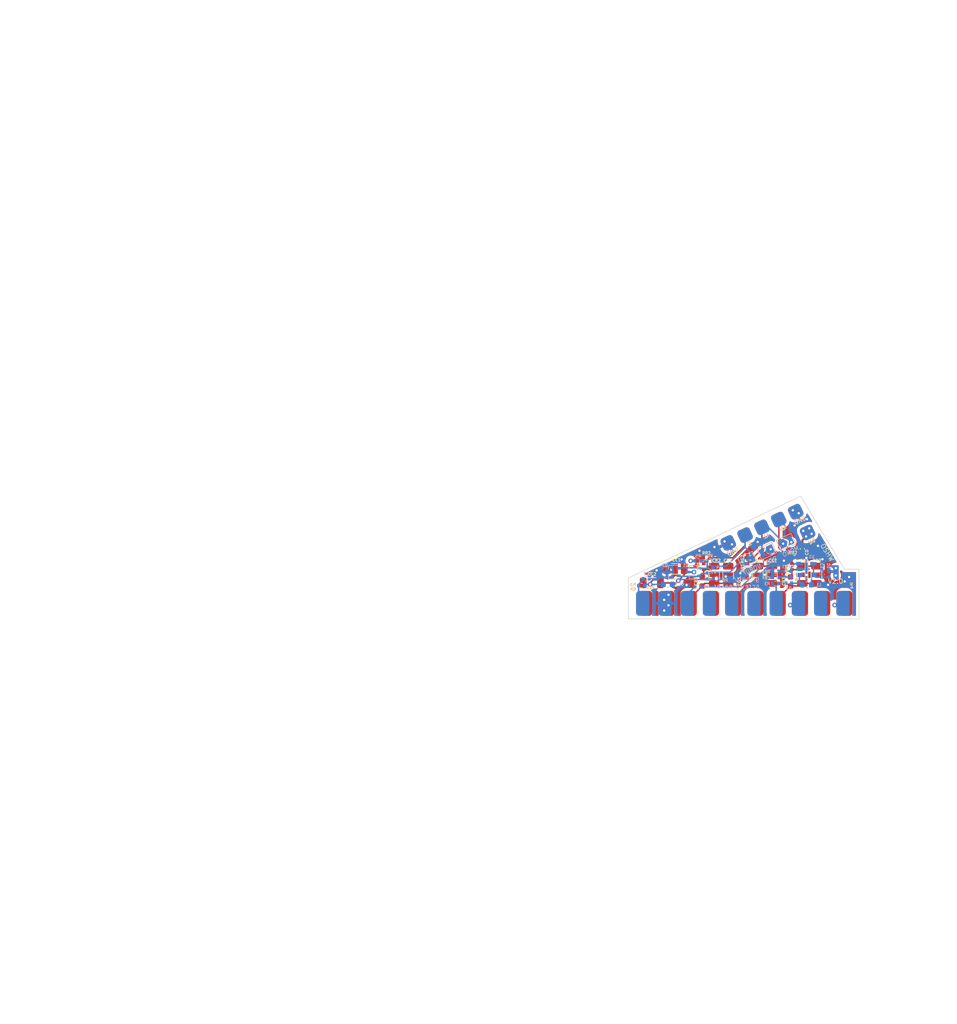
<source format=kicad_pcb>
(kicad_pcb (version 20211014) (generator pcbnew)
  (title_block (title "ScartPCB") (date "2023-08-10") (rev "2.0") (company "screwbreaker") (comment 1 "A PCB for console SCART connector"))
  (layers (0 "F.Cu" jumper) (1 "In1.Cu" signal) (2 "In2.Cu" signal) (31 "B.Cu" signal) (34 "B.Paste" user) (35 "F.Paste" user) (36 "B.SilkS" user "B.Silkscreen") (37 "F.SilkS" user "F.Silkscreen") (38 "B.Mask" user) (39 "F.Mask" user) (44 "Edge.Cuts" user))
  (net 0 "")
  (net 1 "Net-(C1-Pad1)")
  (net 2 "GND")
  (net 3 "Net-(C2-Pad2)")
  (net 4 "+5V")
  (net 9 "BLUE")
  (net 10 "SWITCH")
  (net 13 "GREEN")
  (net 17 "RED")
  (net 18 "RGB_BLANKING")
  (net 20 "COMPOSITE_SYNC")
  (net 21 "Net-(CB1-Pad1)")
  (net 22 "R")
  (net 23 "Net-(CG1-Pad1)")
  (net 24 "B")
  (net 25 "G")
  (net 26 "Net-(CR1-Pad1)")
  (net 27 "Net-(JP2-Pad2)")
  (net 28 "C_SYNC")
  (net 29 "C")
  (net 30 "AL")
  (net 31 "AR")
  (net 32 "Net-(C4-Pad2)")
  (net 33 "Net-(C2-Pad1)")
  (net 34 "Net-(D2-Pad2)")
  (net 35 "Net-(CC1-Pad1)")
  (net 36 "Net-(CC1-Pad2)")
  (footprint "Capacitor_SMD:C_1206_3216Metric" (layer "F.Cu") (at 156.71 116.459 -90)
    (fp_text reference "CB2" (at -2.413 -0.0842 180) (layer "F.SilkS") (effects (font (size 0.5 0.5) (thickness 0.1))))
    (fp_text value "100uF" hide)
    (pad "1" smd roundrect (at -1.475 0 270) (size 1.15 1.8) (layers "F.Cu" "F.Paste" "F.Mask") (roundrect_rratio 0.2173913043) (net 21 "Net-(CB1-Pad1)"))
    (pad "2" smd roundrect (at 1.475 0 270) (size 1.15 1.8) (layers "F.Cu" "F.Paste" "F.Mask") (roundrect_rratio 0.2173913043) (net 9 "BLUE"))
  )
  (footprint "Resistor_SMD:R_0402_1005Metric" (layer "F.Cu") (at 137.406 115.062 -90)
    (fp_text reference "RR1" (at 0 0.889 -270) (layer "F.SilkS") (effects (font (size 0.5 0.5) (thickness 0.1))))
    (fp_text value "75" hide)
    (pad "1" smd roundrect (at -0.51 0 270) (size 0.54 0.64) (layers "F.Cu" "F.Paste" "F.Mask") (net 22 "R"))
    (pad "2" smd roundrect (at 0.51 0 270) (size 0.54 0.64) (layers "F.Cu" "F.Paste" "F.Mask") (net 26 "Net-(CR1-Pad1)"))
  )
  (footprint "Capacitor_SMD:C_0603_1608Metric" (layer "F.Cu") (at 137.152 117.602 -90)
    (fp_text reference "CR3" (at -0.0254 1.0588 90) (layer "F.SilkS") (effects (font (size 0.5 0.5) (thickness 0.1))))
    (fp_text value "22uF" hide)
    (pad "1" smd roundrect (at -0.775 0 270) (size 0.9 0.95) (layers "F.Cu" "F.Paste" "F.Mask") (net 26 "Net-(CR1-Pad1)"))
    (pad "2" smd roundrect (at 0.775 0 270) (size 0.9 0.95) (layers "F.Cu" "F.Paste" "F.Mask") (net 17 "RED"))
  )
  (footprint "Resistor_SMD:R_0402_1005Metric" (layer "F.Cu") (at 145.3642 113.5634 180)
    (fp_text reference "RG2" (at 1.3208 -0.2286 90) (layer "F.SilkS") (effects (font (size 0.5 0.5) (thickness 0.1))))
    (fp_text value "DNC" hide)
    (pad "1" smd roundrect (at -0.51 0 180) (size 0.54 0.64) (layers "F.Cu" "F.Paste" "F.Mask") (net 25 "G"))
    (pad "2" smd roundrect (at 0.51 0 180) (size 0.54 0.64) (layers "F.Cu" "F.Paste" "F.Mask") (net 2 "GND"))
  )
  (footprint "Resistor_SMD:R_0402_1005Metric" (layer "F.Cu") (at 152.9588 113.538)
    (fp_text reference "RB2" (at -0.2794 -0.8382) (layer "F.SilkS") (effects (font (size 0.5 0.5) (thickness 0.1))))
    (fp_text value "DNC" hide)
    (pad "1" smd roundrect (at -0.51 0) (size 0.54 0.64) (layers "F.Cu" "F.Paste" "F.Mask") (net 24 "B"))
    (pad "2" smd roundrect (at 0.51 0) (size 0.54 0.64) (layers "F.Cu" "F.Paste" "F.Mask") (net 2 "GND"))
  )
  (footprint "Capacitor_SMD:C_1206_3216Metric" (layer "F.Cu") (at 146.677 116.459 -90)
    (fp_text reference "CG2" (at -2.3876 -0.3128 180) (layer "F.SilkS") (effects (font (size 0.5 0.5) (thickness 0.1))))
    (fp_text value "100uF" hide)
    (pad "1" smd roundrect (at -1.475 0 270) (size 1.15 1.8) (layers "F.Cu" "F.Paste" "F.Mask") (roundrect_rratio 0.2173913043) (net 23 "Net-(CG1-Pad1)"))
    (pad "2" smd roundrect (at 1.475 0 270) (size 1.15 1.8) (layers "F.Cu" "F.Paste" "F.Mask") (roundrect_rratio 0.2173913043) (net 13 "GREEN"))
  )
  (footprint "Capacitor_SMD:C_1206_3216Metric" (layer "F.Cu") (at 141.597 116.459 -90)
    (fp_text reference "CR1" (at -2.4384 0.0428) (layer "F.SilkS") (effects (font (size 0.5 0.5) (thickness 0.1))))
    (fp_text value "100uF" hide)
    (pad "1" smd roundrect (at -1.475 0 270) (size 1.15 1.8) (layers "F.Cu" "F.Paste" "F.Mask") (roundrect_rratio 0.2173913043) (net 26 "Net-(CR1-Pad1)"))
    (pad "2" smd roundrect (at 1.475 0 270) (size 1.15 1.8) (layers "F.Cu" "F.Paste" "F.Mask") (roundrect_rratio 0.2173913043) (net 17 "RED"))
  )
  (footprint "Resistor_SMD:R_0402_1005Metric" (layer "F.Cu") (at 137.8712 113.5634 180)
    (fp_text reference "RR2" (at 0 0.8128) (layer "F.SilkS") (effects (font (size 0.5 0.5) (thickness 0.1))))
    (fp_text value "DNC" hide)
    (pad "1" smd roundrect (at -0.51 0 180) (size 0.54 0.64) (layers "F.Cu" "F.Paste" "F.Mask") (net 22 "R"))
    (pad "2" smd roundrect (at 0.51 0 180) (size 0.54 0.64) (layers "F.Cu" "F.Paste" "F.Mask") (net 2 "GND"))
  )
  (footprint "Resistor_SMD:R_0402_1005Metric" (layer "F.Cu") (at 152.519 115.062 -90)
    (fp_text reference "RB1" (at 0.254 0.889 90) (layer "F.SilkS") (effects (font (size 0.5 0.5) (thickness 0.1))))
    (fp_text value "75" hide)
    (pad "1" smd roundrect (at -0.51 0 270) (size 0.54 0.64) (layers "F.Cu" "F.Paste" "F.Mask") (net 24 "B"))
    (pad "2" smd roundrect (at 0.51 0 270) (size 0.54 0.64) (layers "F.Cu" "F.Paste" "F.Mask") (net 21 "Net-(CB1-Pad1)"))
  )
  (footprint "Capacitor_SMD:C_1206_3216Metric" (layer "F.Cu") (at 139.184 116.459 -90)
    (fp_text reference "CR2" (at -2.4384 -0.389) (layer "F.SilkS") (effects (font (size 0.5 0.5) (thickness 0.1))))
    (fp_text value "100uF" hide)
    (pad "1" smd roundrect (at -1.475 0 270) (size 1.15 1.8) (layers "F.Cu" "F.Paste" "F.Mask") (roundrect_rratio 0.2173913043) (net 26 "Net-(CR1-Pad1)"))
    (pad "2" smd roundrect (at 1.475 0 270) (size 1.15 1.8) (layers "F.Cu" "F.Paste" "F.Mask") (roundrect_rratio 0.2173913043) (net 17 "RED"))
  )
  (footprint "Resistor_SMD:R_0402_1005Metric" (layer "F.Cu") (at 144.899 115.062 -90)
    (fp_text reference "RG1" (at 0.254 0.8302 90) (layer "F.SilkS") (effects (font (size 0.5 0.5) (thickness 0.1))))
    (fp_text value "75" hide)
    (pad "1" smd roundrect (at -0.51 0 270) (size 0.54 0.64) (layers "F.Cu" "F.Paste" "F.Mask") (net 25 "G"))
    (pad "2" smd roundrect (at 0.51 0 270) (size 0.54 0.64) (layers "F.Cu" "F.Paste" "F.Mask") (net 23 "Net-(CG1-Pad1)"))
  )
  (footprint "Capacitor_SMD:C_1206_3216Metric" (layer "F.Cu") (at 149.09 116.459 -90)
    (fp_text reference "CG1" (at -2.3876 -0.135) (layer "F.SilkS") (effects (font (size 0.5 0.5) (thickness 0.1))))
    (fp_text value "100uF" hide)
    (pad "1" smd roundrect (at -1.475 0 270) (size 1.15 1.8) (layers "F.Cu" "F.Paste" "F.Mask") (roundrect_rratio 0.2173913043) (net 23 "Net-(CG1-Pad1)"))
    (pad "2" smd roundrect (at 1.475 0 270) (size 1.15 1.8) (layers "F.Cu" "F.Paste" "F.Mask") (roundrect_rratio 0.2173913043) (net 13 "GREEN"))
  )
  (footprint "Capacitor_SMD:C_0603_1608Metric" (layer "F.Cu") (at 152.265 117.602 -90)
    (fp_text reference "CB3" (at 0 1.143 90) (layer "F.SilkS") (effects (font (size 0.5 0.5) (thickness 0.1))))
    (fp_text value "22uF" hide)
    (pad "1" smd roundrect (at -0.775 0 270) (size 0.9 0.95) (layers "F.Cu" "F.Paste" "F.Mask") (net 21 "Net-(CB1-Pad1)"))
    (pad "2" smd roundrect (at 0.775 0 270) (size 0.9 0.95) (layers "F.Cu" "F.Paste" "F.Mask") (net 9 "BLUE"))
  )
  (footprint "Capacitor_SMD:C_1206_3216Metric" (layer "F.Cu") (at 128.524 117.856)
    (fp_text reference "CC2" (at 0.0254 -1.4986) (layer "F.SilkS") (effects (font (size 0.5 0.5) (thickness 0.1))))
    (fp_text value "100uF" hide)
    (pad "1" smd roundrect (at -1.475 0) (size 1.15 1.8) (layers "F.Cu" "F.Paste" "F.Mask") (roundrect_rratio 0.2173913043) (net 35 "Net-(CC1-Pad1)"))
    (pad "2" smd roundrect (at 1.475 0) (size 1.15 1.8) (layers "F.Cu" "F.Paste" "F.Mask") (roundrect_rratio 0.2173913043) (net 36 "Net-(CC1-Pad2)"))
  )
  (footprint "Footprints:PAD2x2" (layer "F.Cu") (at 141.605 110.998 25)
    (fp_text reference "JI12" hide)
    (fp_text value "Conn_01x01" hide)
    (pad "1" smd roundrect (at 0 0 25) (size 2.286 2.286) (layers "F.Cu" "F.Mask") (net 2 "GND"))
  )
  (footprint "Capacitor_SMD:C_1206_3216Metric" (layer "F.Cu") (at 154.297 116.459 -90)
    (fp_text reference "CB1" (at -2.3876 -0.3382 180) (layer "F.SilkS") (effects (font (size 0.5 0.5) (thickness 0.1))))
    (fp_text value "100uF" hide)
    (pad "1" smd roundrect (at -1.475 0 270) (size 1.15 1.8) (layers "F.Cu" "F.Paste" "F.Mask") (roundrect_rratio 0.2173913043) (net 21 "Net-(CB1-Pad1)"))
    (pad "2" smd roundrect (at 1.475 0 270) (size 1.15 1.8) (layers "F.Cu" "F.Paste" "F.Mask") (roundrect_rratio 0.2173913043) (net 9 "BLUE"))
  )
  (footprint "Footprints:PAD2x2" (layer "F.Cu") (at 147.372898 108.331 25)
    (fp_text reference "JI2" hide)
    (fp_text value "Conn_01x01" hide)
    (pad "1" smd roundrect (at 0 0 25) (size 2.286 2.286) (layers "F.Cu" "F.Mask") (net 25 "G"))
  )
  (footprint "Capacitor_SMD:C_0402_1005Metric" (layer "F.Cu") (at 154.305 112.014 -90)
    (fp_text reference "C0" (at 0.6096 -0.762 90) (layer "F.SilkS") (effects (font (size 0.5 0.5) (thickness 0.1))))
    (fp_text value "100nF" hide)
    (pad "1" smd roundrect (at -0.48 0 270) (size 0.56 0.62) (layers "F.Cu" "F.Paste" "F.Mask") (net 4 "+5V"))
    (pad "2" smd roundrect (at 0.48 0 270) (size 0.56 0.62) (layers "F.Cu" "F.Paste" "F.Mask") (net 2 "GND"))
  )
  (footprint "Capacitor_SMD:C_0603_1608Metric" (layer "F.Cu") (at 144.645 117.602 -90)
    (fp_text reference "CG3" (at 0 1.143 90) (layer "F.SilkS") (effects (font (size 0.5 0.5) (thickness 0.1))))
    (fp_text value "22uF" hide)
    (pad "1" smd roundrect (at -0.775 0 270) (size 0.9 0.95) (layers "F.Cu" "F.Paste" "F.Mask") (net 23 "Net-(CG1-Pad1)"))
    (pad "2" smd roundrect (at 0.775 0 270) (size 0.9 0.95) (layers "F.Cu" "F.Paste" "F.Mask") (net 13 "GREEN"))
  )
  (footprint "Capacitor_SMD:C_1206_3216Metric" (layer "F.Cu") (at 132.588 115.443)
    (fp_text reference "CC1" (at 0.1524 -1.524) (layer "F.SilkS") (effects (font (size 0.5 0.5) (thickness 0.1))))
    (fp_text value "100uF" hide)
    (pad "1" smd roundrect (at -1.475 0) (size 1.15 1.8) (layers "F.Cu" "F.Paste" "F.Mask") (roundrect_rratio 0.2173913043) (net 35 "Net-(CC1-Pad1)"))
    (pad "2" smd roundrect (at 1.475 0) (size 1.15 1.8) (layers "F.Cu" "F.Paste" "F.Mask") (roundrect_rratio 0.2173913043) (net 36 "Net-(CC1-Pad2)"))
  )
  (footprint "Footprints:PAD2x2" (layer "F.Cu") (at 155.194 109.22 25)
    (fp_text reference "JI5" hide)
    (fp_text value "Conn_01x01" hide)
    (pad "1" smd roundrect (at 0 0 25) (size 2.286 2.286) (layers "F.Cu" "F.Mask") (net 4 "+5V"))
  )
  (footprint "Footprints:PAD2x2" (layer "F.Cu") (at 144.488949 109.6645 25)
    (fp_text reference "JI1" hide)
    (fp_text value "Conn_01x01" hide)
    (pad "1" smd roundrect (at 0 0 25) (size 2.286 2.286) (layers "F.Cu" "F.Mask") (net 22 "R"))
  )
  (footprint "Footprints:PAD2x2" (layer "F.Cu") (at 153.162 105.664 25)
    (fp_text reference "JI9" hide)
    (fp_text value "Conn_01x01" hide)
    (pad "1" smd roundrect (at 0 0 25) (size 2.286 2.286) (layers "F.Cu" "F.Mask") (net 2 "GND"))
  )
  (footprint "Footprints:PAD2x2" (layer "F.Cu") (at 150.256847 106.9975 25)
    (fp_text reference "JI3" hide)
    (fp_text value "Conn_01x01" hide)
    (pad "1" smd roundrect (at 0 0 25) (size 2.286 2.286) (layers "F.Cu" "F.Mask") (net 24 "B"))
  )
  (footprint "Footprints:SCART" (layer "F.Cu") (at 126.9735 124.068)
    (fp_text reference "J1" hide)
    (fp_text value "Conn_02x10_Odd_Even" hide)
    (pad "1" smd roundrect (at 34.774 -2.7105) (size 2.286 4.267) (layers "F.Cu" "F.Mask"))
    (pad "2" smd roundrect (at 34.274 -2.7105) (size 2.286 4.267) (layers "B.Cu" "B.Mask") (net 31 "AR"))
    (pad "3" smd roundrect (at 30.964 -2.7105) (size 2.286 4.267) (layers "F.Cu" "F.Mask"))
    (pad "4" smd roundrect (at 30.464 -2.7105) (size 2.286 4.267) (layers "B.Cu" "B.Mask"))
    (pad "5" smd roundrect (at 27.154 -2.7105) (size 2.286 4.267) (layers "F.Cu" "F.Mask"))
    (pad "6" smd roundrect (at 26.654 -2.7105) (size 2.286 4.267) (layers "B.Cu" "B.Mask") (net 30 "AL"))
    (pad "7" smd roundrect (at 23.344 -2.7105) (size 2.286 4.267) (layers "F.Cu" "F.Mask") (net 9 "BLUE"))
    (pad "8" smd roundrect (at 22.844 -2.7105) (size 2.286 4.267) (layers "B.Cu" "B.Mask") (net 10 "SWITCH"))
    (pad "9" smd roundrect (at 19.534 -2.7105) (size 2.286 4.267) (layers "F.Cu" "F.Mask"))
    (pad "10" smd roundrect (at 19.034 -2.7105) (size 2.286 4.267) (layers "B.Cu" "B.Mask"))
    (pad "11" smd roundrect (at 15.724 -2.7105) (size 2.286 4.267) (layers "F.Cu" "F.Mask") (net 13 "GREEN"))
    (pad "12" smd roundrect (at 15.224 -2.7105) (size 2.286 4.267) (layers "B.Cu" "B.Mask"))
    (pad "13" smd roundrect (at 11.914 -2.7105) (size 2.286 4.267) (layers "F.Cu" "F.Mask"))
    (pad "14" smd roundrect (at 11.414 -2.7105) (size 2.286 4.267) (layers "B.Cu" "B.Mask"))
    (pad "15" smd roundrect (at 8.104 -2.7105) (size 2.286 4.267) (layers "F.Cu" "F.Mask") (net 17 "RED"))
    (pad "16" smd roundrect (at 7.604 -2.7105) (size 2.286 4.267) (layers "B.Cu" "B.Mask") (net 18 "RGB_BLANKING"))
    (pad "17" smd roundrect (at 4.294 -2.7105) (size 2.286 4.267) (layers "F.Cu" "F.Mask") (net 2 "GND"))
    (pad "18" smd roundrect (at 3.794 -2.7105) (size 2.286 4.267) (layers "B.Cu" "B.Mask") (net 2 "GND"))
    (pad "19" smd roundrect (at 0.484 -2.7105) (size 2.286 4.267) (layers "F.Cu" "F.Mask"))
    (pad "20" smd roundrect (at -0.016 -2.7105) (size 2.286 4.267) (layers "B.Cu" "B.Mask") (net 20 "COMPOSITE_SYNC"))
  )
  (footprint "Capacitor_SMD:C_0402_1005Metric" (layer "B.Cu") (at 149.6848 116.9162 180)
    (fp_text reference "C3" (at 1.425 -0.127) (layer "B.SilkS") (effects (font (size 0.5 0.5) (thickness 0.1)) (justify mirror)))
    (fp_text value "1uF" hide)
    (pad "1" smd roundrect (at -0.48 0 180) (size 0.56 0.62) (layers "B.Cu" "B.Paste" "B.Mask") (net 33 "Net-(C2-Pad1)"))
    (pad "2" smd roundrect (at 0.48 0 180) (size 0.56 0.62) (layers "B.Cu" "B.Paste" "B.Mask") (net 2 "GND"))
  )
  (footprint "Resistor_SMD:R_0402_1005Metric" (layer "B.Cu") (at 127.5588 117.1448)
    (fp_text reference "RC2" (at 0.2794 -0.8636) (layer "B.SilkS") (effects (font (size 0.5 0.5) (thickness 0.1)) (justify mirror)))
    (fp_text value "DNC" hide)
    (pad "1" smd roundrect (at -0.51 0) (size 0.54 0.64) (layers "B.Cu" "B.Paste" "B.Mask") (net 20 "COMPOSITE_SYNC"))
    (pad "2" smd roundrect (at 0.51 0) (size 0.54 0.64) (layers "B.Cu" "B.Paste" "B.Mask") (net 2 "GND"))
  )
  (footprint "Inductor_SMD:L_0603_1608Metric" (layer "B.Cu") (at 155.067 118.175999 180)
    (fp_text reference "L1" (at -2.032 0) (layer "B.SilkS") (effects (font (size 0.5 0.5) (thickness 0.1)) (justify mirror)))
    (fp_text value "10uH" hide)
    (pad "1" smd roundrect (at -0.7875 0 180) (size 0.875 0.95) (layers "B.Cu" "B.Paste" "B.Mask") (net 1 "Net-(C1-Pad1)"))
    (pad "2" smd roundrect (at 0.7875 0 180) (size 0.875 0.95) (layers "B.Cu" "B.Paste" "B.Mask") (net 34 "Net-(D2-Pad2)"))
  )
  (footprint "Footprints:PAD2x2" (layer "B.Cu") (at 144.488949 109.6645 25)
    (fp_text reference "JI4" hide)
    (fp_text value "Conn_01x01" hide)
    (pad "1" smd roundrect (at 0 0 25) (size 2.286 2.286) (layers "B.Cu" "B.Mask") (net 29 "C"))
  )
  (footprint "Footprints:PAD2x2" (layer "B.Cu") (at 155.194 109.22 25)
    (fp_text reference "JI8" hide)
    (fp_text value "Conn_01x01" hide)
    (pad "1" smd roundrect (at 0 0 25) (size 2.286 2.286) (layers "B.Cu" "B.Mask") (net 4 "+5V"))
  )
  (footprint "Footprints:PAD2x2" (layer "B.Cu") (at 141.605 110.998 25)
    (fp_text reference "JI11" hide)
    (fp_text value "Conn_01x01" hide)
    (pad "1" smd roundrect (at 0 0 25) (size 2.286 2.286) (layers "B.Cu" "B.Mask") (net 2 "GND"))
  )
  (footprint "Resistor_SMD:R_0402_1005Metric" (layer "B.Cu") (at 136.398 118.491 180)
    (fp_text reference "R9" (at -1.524 0) (layer "B.SilkS") (effects (font (size 0.5 0.5) (thickness 0.1)) (justify mirror)))
    (fp_text value "180" hide)
    (pad "1" smd roundrect (at -0.51 0 180) (size 0.54 0.64) (layers "B.Cu" "B.Paste" "B.Mask") (net 27 "Net-(JP2-Pad2)"))
    (pad "2" smd roundrect (at 0.51 0 180) (size 0.54 0.64) (layers "B.Cu" "B.Paste" "B.Mask") (net 18 "RGB_BLANKING"))
  )
  (footprint "Resistor_SMD:R_0402_1005Metric" (layer "B.Cu") (at 149.7076 115.8748 180)
    (fp_text reference "R2" (at 1.4224 -0.0762) (layer "B.SilkS") (effects (font (size 0.5 0.5) (thickness 0.1)) (justify mirror)))
    (fp_text value "200K" hide)
    (pad "1" smd roundrect (at -0.51 0 180) (size 0.54 0.64) (layers "B.Cu" "B.Paste" "B.Mask") (net 3 "Net-(C2-Pad2)"))
    (pad "2" smd roundrect (at 0.51 0 180) (size 0.54 0.64) (layers "B.Cu" "B.Paste" "B.Mask") (net 2 "GND"))
  )
  (footprint "Resistor_SMD:R_0402_1005Metric" (layer "B.Cu") (at 139.573 117.1194)
    (fp_text reference "R8" (at 1.4986 0.2794) (layer "B.SilkS") (effects (font (size 0.5 0.5) (thickness 0.1)) (justify mirror)))
    (fp_text value "DNC" hide)
    (pad "1" smd roundrect (at -0.51 0) (size 0.54 0.64) (layers "B.Cu" "B.Paste" "B.Mask") (net 36 "Net-(CC1-Pad2)"))
    (pad "2" smd roundrect (at 0.51 0) (size 0.54 0.64) (layers "B.Cu" "B.Paste" "B.Mask") (net 2 "GND"))
  )
  (footprint "Resistor_SMD:R_0402_1005Metric" (layer "B.Cu") (at 138.049 116.6622 90)
    (fp_text reference "R7" (at 0.635 1.0414 180) (layer "B.SilkS") (effects (font (size 0.5 0.5) (thickness 0.1)) (justify mirror)))
    (fp_text value "0" hide)
    (pad "1" smd roundrect (at -0.51 0 90) (size 0.54 0.64) (layers "B.Cu" "B.Paste" "B.Mask") (net 36 "Net-(CC1-Pad2)"))
    (pad "2" smd roundrect (at 0.51 0 90) (size 0.54 0.64) (layers "B.Cu" "B.Paste" "B.Mask") (net 28 "C_SYNC"))
  )
  (footprint "Footprints:PAD2x2" (layer "B.Cu") (at 147.372898 108.331 25)
    (fp_text reference "JI7" hide)
    (fp_text value "Conn_01x01" hide)
    (pad "1" smd roundrect (at 0 0 25) (size 2.286 2.286) (layers "B.Cu" "B.Mask") (net 30 "AL"))
  )
  (footprint "Diode_SMD:D_0402_1005Metric" (layer "B.Cu") (at 151.9682 117.9068)
    (fp_text reference "D2" (at 0 0.8382) (layer "B.SilkS") (effects (font (size 0.5 0.5) (thickness 0.1)) (justify mirror)))
    (fp_text value "D_Schottky" hide)
    (pad "1" smd roundrect (at -0.485 0) (size 0.59 0.64) (layers "B.Cu" "B.Paste" "B.Mask") (net 33 "Net-(C2-Pad1)"))
    (pad "2" smd roundrect (at 0.485 0) (size 0.59 0.64) (layers "B.Cu" "B.Paste" "B.Mask") (net 34 "Net-(D2-Pad2)"))
  )
  (footprint "Jumper:SolderJumper-2_P1.3mm_Open_TrianglePad1.0x1.5mm" (layer "B.Cu") (at 151.511 110.871 25)
    (fp_text reference "JP1" hide)
    (fp_text value "Jumper_2_Open" hide)
    (pad "1" smd custom (at -0.725 0 25) (size 0.3 0.3) (layers "B.Cu" "B.Mask") (net 30 "AL") (options (clearance outline) (anchor rect)) (primitives (gr_poly (pts (xy 1 0) (xy 0.5 -0.75) (xy -0.5 -0.75) (xy -0.5 0.75) (xy 0.5 0.75)) (width 0) (fill yes))))
    (pad "2" smd custom (at 0.725 0 25) (size 0.3 0.3) (layers "B.Cu" "B.Mask") (net 31 "AR") (options (clearance outline) (anchor rect)) (primitives (gr_poly (pts (xy 0.5 -0.75) (xy -0.65 -0.75) (xy -0.15 0) (xy -0.65 0.75) (xy 0.5 0.75)) (width 0) (fill yes))))
  )
  (footprint "Resistor_SMD:R_0402_1005Metric" (layer "B.Cu") (at 151.2085 116.33 90)
    (fp_text reference "R1" (at 1.268 0.0485) (layer "B.SilkS") (effects (font (size 0.5 0.5) (thickness 0.1)) (justify mirror)))
    (fp_text value "1.6M" hide)
    (pad "1" smd roundrect (at -0.51 0 90) (size 0.54 0.64) (layers "B.Cu" "B.Paste" "B.Mask") (net 33 "Net-(C2-Pad1)"))
    (pad "2" smd roundrect (at 0.51 0 90) (size 0.54 0.64) (layers "B.Cu" "B.Paste" "B.Mask") (net 3 "Net-(C2-Pad2)"))
  )
  (footprint "Resistor_SMD:R_0402_1005Metric" (layer "B.Cu") (at 138.4864 114.0614)
    (fp_text reference "R6" (at 0 -0.8382) (layer "B.SilkS") (effects (font (size 0.5 0.5) (thickness 0.1)) (justify mirror)))
    (fp_text value "1M" hide)
    (pad "1" smd roundrect (at -0.51 0) (size 0.54 0.64) (layers "B.Cu" "B.Paste" "B.Mask") (net 32 "Net-(C4-Pad2)"))
    (pad "2" smd roundrect (at 0.51 0) (size 0.54 0.64) (layers "B.Cu" "B.Paste" "B.Mask") (net 2 "GND"))
  )
  (footprint "Footprints:PAD2x2" (layer "B.Cu") (at 150.256847 106.9975 25)
    (fp_text reference "JI6" hide)
    (fp_text value "Conn_01x01" hide)
    (pad "1" smd roundrect (at 0 0 25) (size 2.286 2.286) (layers "B.Cu" "B.Mask") (net 31 "AR"))
  )
  (footprint "Capacitor_SMD:C_0603_1608Metric" (layer "B.Cu") (at 131.2418 118.11)
    (fp_text reference "CC3" (at 2.032 0) (layer "B.SilkS") (effects (font (size 0.5 0.5) (thickness 0.1)) (justify mirror)))
    (fp_text value "22uF" hide)
    (pad "1" smd roundrect (at -0.775 0) (size 0.9 0.95) (layers "B.Cu" "B.Paste" "B.Mask") (net 35 "Net-(CC1-Pad1)"))
    (pad "2" smd roundrect (at 0.775 0) (size 0.9 0.95) (layers "B.Cu" "B.Paste" "B.Mask") (net 36 "Net-(CC1-Pad2)"))
  )
  (footprint "Package_TO_SOT_SMD:SOT-323_SC-70" (layer "B.Cu") (at 135.6614 116.0018 180)
    (fp_text reference "Q1" (at 1.3462 1.1938) (layer "B.SilkS") (effects (font (size 0.5 0.5) (thickness 0.1)) (justify mirror)))
    (fp_text value "BC847W" hide)
    (pad "1" smd rect (at -1 0.65 270) (size 0.45 0.7) (layers "B.Cu" "B.Paste" "B.Mask") (net 32 "Net-(C4-Pad2)"))
    (pad "2" smd rect (at -1 -0.65 270) (size 0.45 0.7) (layers "B.Cu" "B.Paste" "B.Mask") (net 28 "C_SYNC"))
    (pad "3" smd rect (at 1 0 270) (size 0.45 0.7) (layers "B.Cu" "B.Paste" "B.Mask") (net 4 "+5V"))
  )
  (footprint "Capacitor_SMD:C_0402_1005Metric" (layer "B.Cu") (at 157.664 116.397999 90)
    (fp_text reference "C1" (at 1.462999 0 90) (layer "B.SilkS") (effects (font (size 0.5 0.5) (thickness 0.1)) (justify mirror)))
    (fp_text value "4.7uF" hide)
    (pad "1" smd roundrect (at -0.48 0 90) (size 0.56 0.62) (layers "B.Cu" "B.Paste" "B.Mask") (net 1 "Net-(C1-Pad1)"))
    (pad "2" smd roundrect (at 0.48 0 90) (size 0.56 0.62) (layers "B.Cu" "B.Paste" "B.Mask") (net 2 "GND"))
  )
  (footprint "Diode_SMD:D_0402_1005Metric" (layer "B.Cu") (at 158.807 116.397999 90)
    (fp_text reference "D1" (at 1.462999 0 90) (layer "B.SilkS") (effects (font (size 0.5 0.5) (thickness 0.1)) (justify mirror)))
    (fp_text value "D_Schottky" hide)
    (pad "1" smd roundrect (at -0.485 0 90) (size 0.59 0.64) (layers "B.Cu" "B.Paste" "B.Mask") (net 1 "Net-(C1-Pad1)"))
    (pad "2" smd roundrect (at 0.485 0 90) (size 0.59 0.64) (layers "B.Cu" "B.Paste" "B.Mask") (net 4 "+5V"))
  )
  (footprint "Package_TO_SOT_SMD:SOT-323_SC-70" (layer "B.Cu") (at 132.1054 116.0018 180)
    (fp_text reference "Q2" (at 1.3208 1.1684) (layer "B.SilkS") (effects (font (size 0.5 0.5) (thickness 0.1)) (justify mirror)))
    (fp_text value "BC857W" hide)
    (pad "1" smd rect (at -1 0.65 270) (size 0.45 0.7) (layers "B.Cu" "B.Paste" "B.Mask") (net 32 "Net-(C4-Pad2)"))
    (pad "2" smd rect (at -1 -0.65 270) (size 0.45 0.7) (layers "B.Cu" "B.Paste" "B.Mask") (net 28 "C_SYNC"))
    (pad "3" smd rect (at 1 0 270) (size 0.45 0.7) (layers "B.Cu" "B.Paste" "B.Mask") (net 2 "GND"))
  )
  (footprint "Resistor_SMD:R_0402_1005Metric" (layer "B.Cu") (at 149.7076 117.9576 180)
    (property "Reference" "R3")
    (property "Value" "1K")
    (fp_text reference "R3" (at 1.4224 -0.0254) (layer "B.SilkS") (effects (font (size 0.5 0.5) (thickness 0.1)) (justify mirror)))
    (fp_text value "1K" hide)
    (pad "1" smd roundrect (at -0.51 0 180) (size 0.54 0.64) (layers "B.Cu" "B.Paste" "B.Mask") (net 33 "Net-(C2-Pad1)"))
    (pad "2" smd roundrect (at 0.51 0 180) (size 0.54 0.64) (layers "B.Cu" "B.Paste" "B.Mask") (net 10 "SWITCH"))
  )
  (footprint "Resistor_SMD:R_0402_1005Metric" (layer "B.Cu") (at 136.4234 114.0714)
    (fp_text reference "R5" (at 0.0056 -0.8228) (layer "B.SilkS") (effects (font (size 0.5 0.5) (thickness 0.1)) (justify mirror)))
    (fp_text value "1M" hide)
    (pad "1" smd roundrect (at -0.51 0) (size 0.54 0.64) (layers "B.Cu" "B.Paste" "B.Mask") (net 4 "+5V"))
    (pad "2" smd roundrect (at 0.51 0) (size 0.54 0.64) (layers "B.Cu" "B.Paste" "B.Mask") (net 32 "Net-(C4-Pad2)"))
  )
  (footprint "Footprints:TPS61040DBVR" (layer "B.Cu") (at 154.997 115.508999)
    (fp_text reference "U1" (at 0.8574 -2.148799) (layer "B.SilkS") (effects (font (size 0.5 0.5) (thickness 0.1)) (justify mirror)))
    (fp_text value "TPS61040DBVR" hide)
    (fp_text user "*" (at -1.708 2.093001) (layer "B.SilkS") (effects (justify mirror)))
    (pad "1" smd rect (at -1.2 0.950001 270) (size 0.650001 1.1) (layers "B.Cu" "B.Paste" "B.Mask") (net 34 "Net-(D2-Pad2)"))
    (pad "2" smd rect (at -1.2 0 270) (size 0.650001 1.1) (layers "B.Cu" "B.Paste" "B.Mask") (net 2 "GND"))
    (pad "3" smd rect (at -1.2 -0.949998 270) (size 0.650001 1.1) (layers "B.Cu" "B.Paste" "B.Mask") (net 3 "Net-(C2-Pad2)"))
    (pad "4" smd rect (at 1.2 -0.949998 270) (size 0.650001 1.1) (layers "B.Cu" "B.Paste" "B.Mask") (net 1 "Net-(C1-Pad1)"))
    (pad "5" smd rect (at 1.2 0.950001 270) (size 0.650001 1.1) (layers "B.Cu" "B.Paste" "B.Mask") (net 1 "Net-(C1-Pad1)"))
  )
  (footprint "Footprints:PAD2x2" (layer "B.Cu") (at 153.162 105.664 25)
    (fp_text reference "JI10" hide)
    (fp_text value "Conn_01x01" hide)
    (pad "1" smd roundrect (at 0 0 25) (size 2.286 2.286) (layers "B.Cu" "B.Mask") (net 2 "GND"))
  )
  (footprint "Jumper:SolderJumper-2_P1.3mm_Open_TrianglePad1.0x1.5mm" (layer "B.Cu") (at 148.209 112.395 -155)
    (fp_text reference "JP2" hide)
    (fp_text value "Jumper_2_Open" hide)
    (pad "1" smd custom (at -0.725 0 205) (size 0.3 0.3) (layers "B.Cu" "B.Mask") (net 4 "+5V") (options (clearance outline) (anchor rect)) (primitives (gr_poly (pts (xy 1 0) (xy 0.5 -0.75) (xy -0.5 -0.75) (xy -0.5 0.75) (xy 0.5 0.75)) (width 0) (fill yes))))
    (pad "2" smd custom (at 0.725 0 205) (size 0.3 0.3) (layers "B.Cu" "B.Mask") (net 27 "Net-(JP2-Pad2)") (options (clearance outline) (anchor rect)) (primitives (gr_poly (pts (xy 0.5 -0.75) (xy -0.65 -0.75) (xy -0.15 0) (xy -0.65 0.75) (xy 0.5 0.75)) (width 0) (fill yes))))
  )
  (footprint "Jumper:SolderJumper-2_P1.3mm_Open_TrianglePad1.0x1.5mm" (layer "B.Cu") (at 144.907 113.919 -155)
    (fp_text reference "JP3" hide)
    (fp_text value "Jumper_2_Open" hide)
    (pad "1" smd custom (at -0.725 0 205) (size 0.3 0.3) (layers "B.Cu" "B.Mask") (net 29 "C") (options (clearance outline) (anchor rect)) (primitives (gr_poly (pts (xy 1 0) (xy 0.5 -0.75) (xy -0.5 -0.75) (xy -0.5 0.75) (xy 0.5 0.75)) (width 0) (fill yes))))
    (pad "2" smd custom (at 0.725 0 205) (size 0.3 0.3) (layers "B.Cu" "B.Mask") (net 28 "C_SYNC") (options (clearance outline) (anchor rect)) (primitives (gr_poly (pts (xy 0.5 -0.75) (xy -0.65 -0.75) (xy -0.15 0) (xy -0.65 0.75) (xy 0.5 0.75)) (width 0) (fill yes))))
  )
  (footprint "Capacitor_SMD:C_0402_1005Metric" (layer "B.Cu") (at 138.4864 115.1618 180)
    (fp_text reference "C4" (at -1.524 0.0236) (layer "B.SilkS") (effects (font (size 0.5 0.5) (thickness 0.1)) (justify mirror)))
    (fp_text value "100nF" hide)
    (pad "1" smd roundrect (at -0.48 0 180) (size 0.56 0.62) (layers "B.Cu" "B.Paste" "B.Mask") (net 29 "C"))
    (pad "2" smd roundrect (at 0.48 0 180) (size 0.56 0.62) (layers "B.Cu" "B.Paste" "B.Mask") (net 32 "Net-(C4-Pad2)"))
  )
  (footprint "Capacitor_SMD:C_0402_1005Metric" (layer "B.Cu") (at 152.3515 116.33 90)
    (fp_text reference "C2" (at 1.268 0.0485) (layer "B.SilkS") (effects (font (size 0.5 0.5) (thickness 0.1)) (justify mirror)))
    (fp_text value "10pF" hide)
    (pad "1" smd roundrect (at -0.48 0 90) (size 0.56 0.62) (layers "B.Cu" "B.Paste" "B.Mask") (net 33 "Net-(C2-Pad1)"))
    (pad "2" smd roundrect (at 0.48 0 90) (size 0.56 0.62) (layers "B.Cu" "B.Paste" "B.Mask") (net 3 "Net-(C2-Pad2)"))
  )
  (footprint "Resistor_SMD:R_0402_1005Metric" (layer "B.Cu") (at 126.7714 118.3132)
    (fp_text reference "RC1" (at 1.4986 0.3048 180) (layer "B.SilkS") (effects (font (size 0.5 0.5) (thickness 0.1)) (justify mirror)))
    (fp_text value "300" hide)
    (pad "1" smd roundrect (at -0.51 0) (size 0.54 0.64) (layers "B.Cu" "B.Paste" "B.Mask") (net 20 "COMPOSITE_SYNC"))
    (pad "2" smd roundrect (at 0.51 0) (size 0.54 0.64) (layers "B.Cu" "B.Paste" "B.Mask") (net 35 "Net-(CC1-Pad1)"))
  )
  (gr_line (start 124.5 124) (end 164 124) (layer "Edge.Cuts") (width 0.1))
  (gr_line (start 154 103) (end 124.5 117) (layer "Edge.Cuts") (width 0.1))
  (gr_line (start 164 115.5) (end 161.5 115.5) (layer "Edge.Cuts") (width 0.1))
  (gr_line (start 154 103) (end 161.5 115.5) (layer "Edge.Cuts") (width 0.1))
  (gr_line (start 124.5 124) (end 124.5 117) (layer "Edge.Cuts") (width 0.1))
  (gr_line (start 164 115.5) (end 164 124) (layer "Edge.Cuts") (width 0.1))
  (gr_text "20\n" (at 125.349 118.5164 90) (layer "B.SilkS") (effects (font (size 0.8 0.8) (thickness 0.1)) (justify mirror)))
  (gr_text "github/\nscrewbreaker" (at 147.0152 117.7544) (layer "B.SilkS") (effects (font (size 0.8 0.8) (thickness 0.1)) (justify left mirror)))
  (gr_text "NOBUF" (at 145.669 115.57 25) (layer "B.SilkS") (effects (font (size 0.7 0.7) (thickness 0.1)) (justify mirror)))
  (gr_text "5V" (at 155.9306 110.744 25) (layer "B.SilkS") (effects (font (size 0.7 0.7) (thickness 0.1)) (justify mirror)))
  (gr_text "GND" (at 142.3416 112.4966 25) (layer "B.SilkS") (effects (font (size 0.7 0.7) (thickness 0.1)) (justify mirror)))
  (gr_text "RGB" (at 148.971 114.046 25) (layer "B.SilkS") (effects (font (size 0.7 0.7) (thickness 0.1)) (justify mirror)))
  (gr_text "GND" (at 153.8732 107.1626 25) (layer "B.SilkS") (effects (font (size 0.7 0.7) (thickness 0.1)) (justify mirror)))
  (gr_text "C" (at 145.2372 111.1504 25) (layer "B.SilkS") (effects (font (size 0.7 0.7) (thickness 0.1)) (justify mirror)))
  (gr_text "AL\n" (at 148.1074 109.8296 25) (layer "B.SilkS") (effects (font (size 0.7 0.7) (thickness 0.1)) (justify mirror)))
  (gr_text "AR" (at 150.9522 108.5088 25) (layer "B.SilkS") (effects (font (size 0.7 0.7) (thickness 0.1)) (justify mirror)))
  (gr_text "2" (at 162.687 118.237) (layer "B.SilkS") (effects (font (size 0.8 0.8) (thickness 0.1)) (justify mirror)))
  (gr_text "MONO" (at 152.2984 112.4712 25) (layer "B.SilkS") (effects (font (size 0.7 0.7) (thickness 0.1)) (justify mirror)))
  (gr_text "GND" (at 153.924 107.188 25) (layer "F.SilkS") (effects (font (size 0.7 0.7) (thickness 0.1))))
  (gr_text "R" (at 145.2626 111.125 25) (layer "F.SilkS") (effects (font (size 0.7 0.7) (thickness 0.1))))
  (gr_text "B" (at 151.0792 108.4326 25) (layer "F.SilkS") (effects (font (size 0.7 0.7) (thickness 0.1))))
  (gr_text "OSHW" (at 158.5722 112.649 302) (layer "F.SilkS") (effects (font (size 0.8 0.8) (thickness 0.1))))
  (gr_text "GND" (at 142.4178 112.4712 25) (layer "F.SilkS") (effects (font (size 0.7 0.7) (thickness 0.1))))
  (gr_text "5V\n" (at 155.956 110.744 25) (layer "F.SilkS") (effects (font (size 0.7 0.7) (thickness 0.1))))
  (gr_text "G\n" (at 148.0566 109.8296 25) (layer "F.SilkS") (effects (font (size 0.7 0.7) (thickness 0.1))))
  (gr_text "1" (at 162.814 118.364) (layer "F.SilkS") (effects (font (size 0.8 0.8) (thickness 0.1))))
  (gr_text "19" (at 125.349 118.491 90) (layer "F.SilkS") (effects (font (size 0.8 0.8) (thickness 0.1))))
  (gr_text "V2.0" (at 159.9946 117.5766) (layer "F.SilkS") (effects (font (size 0.8 0.8) (thickness 0.1))))
  (segment (start 157.669 116.882999) (end 157.664 116.877999) (width 0.25) (layer "B.Cu") (net 1))
  (segment (start 156.615999 116.877999) (end 156.197 116.459) (width 0.25) (layer "B.Cu") (net 1))
  (segment (start 158.807 116.882999) (end 157.669 116.882999) (width 0.25) (layer "B.Cu") (net 1))
  (segment (start 155.8545 116.8015) (end 156.197 116.459) (width 0.25) (layer "B.Cu") (net 1))
  (segment (start 155.8545 118.175999) (end 155.8545 116.8015) (width 0.25) (layer "B.Cu") (net 1))
  (segment (start 157.664 116.877999) (end 156.615999 116.877999) (width 0.25) (layer "B.Cu") (net 1))
  (segment (start 156.197 116.459) (end 156.197 114.559001) (width 0.25) (layer "B.Cu") (net 1))
  (segment (start 144.899 113.6082) (end 144.8542 113.5634) (width 0.25) (layer "F.Cu") (net 2))
  (via (at 133.6294 113.8174) (size 0.8) (drill 0.4) (layers "F.Cu" "B.Cu") (net 2))
  (via (at 154.9908 113.5634) (size 0.8) (drill 0.4) (layers "F.Cu" "B.Cu") (net 2))
  (via (at 131.3688 121.6914) (size 0.8) (drill 0.4) (layers "F.Cu" "B.Cu") (net 2))
  (via (at 156.972 111.506) (size 0.8) (drill 0.4) (layers "F.Cu" "B.Cu") (net 2))
  (via (at 139.2428 111.7092) (size 0.8) (drill 0.4) (layers "F.Cu" "B.Cu") (net 2))
  (via (at 155.0924 106.934) (size 0.8) (drill 0.4) (layers "F.Cu" "B.Cu") (net 2))
  (via (at 129.341014 115.701215) (size 0.8) (drill 0.4) (layers "F.Cu" "B.Cu") (net 2))
  (via (at 152.654 105.41) (size 0.8) (drill 0.4) (layers "F.Cu" "B.Cu") (net 2))
  (via (at 141.1732 116.7595) (size 0.8) (drill 0.4) (layers "F.Cu" "B.Cu") (net 2))
  (via (at 154.9908 116.4844) (size 0.8) (drill 0.4) (layers "F.Cu" "B.Cu") (net 2))
  (via (at 142.24 111.252) (size 0.8) (drill 0.4) (layers "F.Cu" "B.Cu") (net 2))
  (via (at 131.3688 119.888) (size 0.8) (drill 0.4) (layers "F.Cu" "B.Cu") (net 2))
  (via (at 134.4676 118.2116) (size 0.8) (drill 0.4) (layers "F.Cu" "B.Cu") (net 2))
  (via (at 157.734 113.792) (size 0.8) (drill 0.4) (layers "F.Cu" "B.Cu") (net 2))
  (via (at 153.67 105.918) (size 0.8) (drill 0.4) (layers "F.Cu" "B.Cu") (net 2))
  (via (at 146.648398 110.8202) (size 0.8) (drill 0.4) (layers "F.Cu" "B.Cu") (net 2))
  (via (at 147.8788 116.459) (size 0.8) (drill 0.4) (layers "F.Cu" "B.Cu") (net 2))
  (via (at 140.97 110.744) (size 0.8) (drill 0.4) (layers "F.Cu" "B.Cu") (net 2))
  (via (at 130.6322 122.5804) (size 0.8) (drill 0.4) (layers "F.Cu" "B.Cu") (net 2))
  (via (at 130.6322 120.7516) (size 0.8) (drill 0.4) (layers "F.Cu" "B.Cu") (net 2))
  (via (at 151.13 114.046) (size 0.8) (drill 0.4) (layers "F.Cu" "B.Cu") (net 2))
  (via (at 143.679206 116.192806) (size 0.8) (drill 0.4) (layers "F.Cu" "B.Cu") (net 2))
  (via (at 162.306 116.84) (size 0.8) (drill 0.4) (layers "F.Cu" "B.Cu") (net 2))
  (via (at 158.6992 118.1862) (size 0.8) (drill 0.4) (layers "F.Cu" "B.Cu") (net 2))
  (via (at 136.6774 112.3442) (size 0.8) (drill 0.4) (layers "F.Cu" "B.Cu") (net 2))
  (via (at 152.9588 108.0008) (size 0.8) (drill 0.4) (layers "F.Cu" "B.Cu") (net 2))
  (via (at 161.544 117.602) (size 0.8) (drill 0.4) (layers "F.Cu" "B.Cu") (net 2))
  (segment (start 154.9908 113.5634) (end 154.9908 115.215199) (width 0.35) (layer "B.Cu") (net 2))
  (segment (start 154.9908 115.498798) (end 154.980599 115.508999) (width 0.35) (layer "B.Cu") (net 2))
  (segment (start 154.980599 115.508999) (end 153.797 115.508999) (width 0.35) (layer "B.Cu") (net 2))
  (segment (start 154.9908 116.4844) (end 154.9908 115.215199) (width 0.35) (layer "B.Cu") (net 2))
  (segment (start 152.997 114.559001) (end 152.3515 115.204501) (width 0.25) (layer "B.Cu") (net 3))
  (segment (start 153.797 114.559001) (end 152.997 114.559001) (width 0.25) (layer "B.Cu") (net 3))
  (segment (start 152.3515 115.204501) (end 152.3515 115.85) (width 0.25) (layer "B.Cu") (net 3))
  (segment (start 150.2724 115.82) (end 150.2176 115.8748) (width 0.25) (layer "B.Cu") (net 3))
  (segment (start 152.3515 115.85) (end 151.2385 115.85) (width 0.25) (layer "B.Cu") (net 3))
  (segment (start 151.2085 115.82) (end 150.2724 115.82) (width 0.25) (layer "B.Cu") (net 3))
  (segment (start 154.305 110.5408) (end 154.94 109.9058) (width 0.35) (layer "F.Cu") (net 4))
  (segment (start 154.305 111.534) (end 154.305 110.5408) (width 0.35) (layer "F.Cu") (net 4))
  (via (at 154.4574 108.9406) (size 0.8) (drill 0.4) (layers "F.Cu" "B.Cu") (net 4))
  (via (at 135.7376 116.0018) (size 0.8) (drill 0.4) (layers "F.Cu" "B.Cu") (net 4))
  (via (at 154.94 109.9058) (size 0.8) (drill 0.4) (layers "F.Cu" "B.Cu") (net 4))
  (via (at 160.02 116.586) (size 0.8) (drill 0.4) (layers "F.Cu" "B.Cu") (net 4))
  (via (at 155.8798 109.4486) (size 0.8) (drill 0.4) (layers "F.Cu" "B.Cu") (net 4))
  (via (at 148.866073 112.088602) (size 0.8) (drill 0.4) (layers "F.Cu" "B.Cu") (net 4))
  (via (at 155.4734 108.5088) (size 0.8) (drill 0.4) (layers "F.Cu" "B.Cu") (net 4))
  (via (at 135.1788 114.0714) (size 0.8) (drill 0.4) (layers "F.Cu" "B.Cu") (net 4))
  (via (at 160.02 115.316) (size 0.8) (drill 0.4) (layers "F.Cu" "B.Cu") (net 4))
  (segment (start 134.6614 116.0018) (end 135.7376 116.0018) (width 0.35) (layer "B.Cu") (net 4))
  (segment (start 135.1788 114.0714) (end 135.9134 114.0714) (width 0.35) (layer "B.Cu") (net 4))
  (segment (start 153.854 118.377) (end 154.297 117.934) (width 0.25) (layer "F.Cu") (net 9))
  (segment (start 152.265 118.377) (end 153.854 118.377) (width 0.25) (layer "F.Cu") (net 9))
  (segment (start 154.297 117.934) (end 156.71 117.934) (width 0.25) (layer "F.Cu") (net 9))
  (segment (start 150.8175 119.8245) (end 152.265 118.377) (width 0.25) (layer "F.Cu") (net 9))
  (segment (start 149.8175 118.5775) (end 149.1976 117.9576) (width 0.25) (layer "B.Cu") (net 10))
  (segment (start 149.8175 121.3575) (end 149.8175 118.5775) (width 0.25) (layer "B.Cu") (net 10))
  (segment (start 146.677 117.934) (end 145.088 117.934) (width 0.25) (layer "F.Cu") (net 13))
  (segment (start 149.09 117.934) (end 146.677 117.934) (width 0.25) (layer "F.Cu") (net 13))
  (segment (start 145.088 117.934) (end 144.645 118.377) (width 0.25) (layer "F.Cu") (net 13))
  (segment (start 143.1975 119.8245) (end 144.645 118.377) (width 0.25) (layer "F.Cu") (net 13))
  (segment (start 137.595 117.934) (end 139.184 117.934) (width 0.25) (layer "F.Cu") (net 17))
  (segment (start 137.152 118.377) (end 137.595 117.934) (width 0.25) (layer "F.Cu") (net 17))
  (segment (start 135.5775 119.9515) (end 137.152 118.377) (width 0.25) (layer "F.Cu") (net 17))
  (segment (start 141.597 117.934) (end 139.184 117.934) (width 0.25) (layer "F.Cu") (net 17))
  (segment (start 134.5775 119.8015) (end 134.5775 121.3575) (width 0.25) (layer "B.Cu") (net 18))
  (segment (start 135.888 118.491) (end 134.5775 119.8015) (width 0.25) (layer "B.Cu") (net 18))
  (segment (start 126.2614 120.6614) (end 126.2614 118.3132) (width 0.25) (layer "B.Cu") (net 20))
  (segment (start 127.0488 117.2992) (end 126.2614 118.0866) (width 0.25) (layer "B.Cu") (net 20))
  (segment (start 127.0488 117.1448) (end 127.0488 117.2992) (width 0.25) (layer "B.Cu") (net 20))
  (segment (start 126.2614 118.0866) (end 126.2614 118.3132) (width 0.25) (layer "B.Cu") (net 20))
  (segment (start 126.9575 121.3575) (end 126.2614 120.6614) (width 0.25) (layer "B.Cu") (net 20))
  (segment (start 152.519 116.573) (end 152.265 116.827) (width 0.25) (layer "F.Cu") (net 21))
  (segment (start 154.297 114.984) (end 156.71 114.984) (width 0.25) (layer "F.Cu") (net 21))
  (segment (start 152.519 115.572) (end 153.709 115.572) (width 0.25) (layer "F.Cu") (net 21))
  (segment (start 152.519 115.572) (end 152.519 116.573) (width 0.25) (layer "F.Cu") (net 21))
  (segment (start 153.709 115.572) (end 154.297 114.984) (width 0.25) (layer "F.Cu") (net 21))
  (segment (start 137.406 114.5386) (end 138.3812 113.5634) (width 0.25) (layer "F.Cu") (net 22))
  (segment (start 142.3416 113.5634) (end 138.3812 113.5634) (width 0.25) (layer "F.Cu") (net 22))
  (segment (start 144.488949 111.416051) (end 142.3416 113.5634) (width 0.25) (layer "F.Cu") (net 22))
  (segment (start 137.406 114.552) (end 137.406 114.5386) (width 0.25) (layer "F.Cu") (net 22))
  (segment (start 144.488949 109.6645) (end 144.488949 111.416051) (width 0.25) (layer "F.Cu") (net 22))
  (segment (start 144.899 116.573) (end 144.645 116.827) (width 0.25) (layer "F.Cu") (net 23))
  (segment (start 144.899 115.572) (end 146.089 115.572) (width 0.25) (layer "F.Cu") (net 23))
  (segment (start 144.899 115.572) (end 144.899 116.573) (width 0.25) (layer "F.Cu") (net 23))
  (segment (start 149.09 114.984) (end 146.677 114.984) (width 0.25) (layer "F.Cu") (net 23))
  (segment (start 146.089 115.572) (end 146.677 114.984) (width 0.25) (layer "F.Cu") (net 23))
  (segment (start 151.9682 113.538) (end 150.278 111.8478) (width 0.25) (layer "F.Cu") (net 24))
  (segment (start 152.519 114.552) (end 152.519 113.6082) (width 0.25) (layer "F.Cu") (net 24))
  (segment (start 152.519 113.6082) (end 152.4488 113.538) (width 0.25) (layer "F.Cu") (net 24))
  (segment (start 150.278 107.018653) (end 150.256847 106.9975) (width 0.25) (layer "F.Cu") (net 24))
  (segment (start 150.278 111.8478) (end 150.278 107.018653) (width 0.25) (layer "F.Cu") (net 24))
  (segment (start 152.4488 113.538) (end 151.9682 113.538) (width 0.25) (layer "F.Cu") (net 24))
  (segment (start 147.372898 108.331) (end 147.372898 112.064702) (width 0.25) (layer "F.Cu") (net 25))
  (segment (start 144.899 114.5386) (end 145.8742 113.5634) (width 0.25) (layer "F.Cu") (net 25))
  (segment (start 144.899 114.552) (end 144.899 114.5386) (width 0.25) (layer "F.Cu") (net 25))
  (segment (start 147.372898 112.064702) (end 145.8742 113.5634) (width 0.25) (layer "F.Cu") (net 25))
  (segment (start 137.406 116.573) (end 137.152 116.827) (width 0.25) (layer "F.Cu") (net 26))
  (segment (start 137.406 115.572) (end 137.406 116.573) (width 0.25) (layer "F.Cu") (net 26))
  (segment (start 137.406 115.572) (end 138.596 115.572) (width 0.25) (layer "F.Cu") (net 26))
  (segment (start 139.184 114.984) (end 141.597 114.984) (width 0.25) (layer "F.Cu") (net 26))
  (segment (start 138.596 115.572) (end 139.184 114.984) (width 0.25) (layer "F.Cu") (net 26))
  (segment (start 147.6248 114.7572) (end 147.6248 112.774271) (width 0.25) (layer "B.Cu") (net 27))
  (segment (start 136.908 118.491) (end 143.891 118.491) (width 0.25) (layer "B.Cu") (net 27))
  (segment (start 143.891 118.491) (end 147.6248 114.7572) (width 0.25) (layer "B.Cu") (net 27))
  (segment (start 147.6248 112.774271) (end 147.551927 112.701398) (width 0.25) (layer "B.Cu") (net 27))
  (segment (start 133.1804 116.7268) (end 136.5864 116.7268) (width 0.25) (layer "B.Cu") (net 28))
  (segment (start 138.049 116.1522) (end 138.1667 116.0345) (width 0.25) (layer "B.Cu") (net 28))
  (segment (start 137.9708 116.2304) (end 138.049 116.1522) (width 0.25) (layer "B.Cu") (net 28))
  (segment (start 137.0828 116.2304) (end 136.6614 116.6518) (width 0.25) (layer "B.Cu") (net 28))
  (segment (start 143.686202 114.225398) (end 144.249927 114.225398) (width 0.25) (layer "B.Cu") (net 28))
  (segment (start 136.5864 116.7268) (end 136.6614 116.6518) (width 0.25) (layer "B.Cu") (net 28))
  (segment (start 133.1054 116.6518) (end 133.1804 116.7268) (width 0.25) (layer "B.Cu") (net 28))
  (segment (start 137.0828 116.2304) (end 137.9708 116.2304) (width 0.25) (layer "B.Cu") (net 28))
  (segment (start 141.8771 116.0345) (end 143.686202 114.225398) (width 0.25) (layer "B.Cu") (net 28))
  (segment (start 138.1667 116.0345) (end 141.8771 116.0345) (width 0.25) (layer "B.Cu") (net 28))
  (segment (start 145.564073 112.823473) (end 145.564073 113.612602) (width 0.25) (layer "B.Cu") (net 29))
  (segment (start 144.488949 111.746251) (end 144.488949 109.6645) (width 0.25) (layer "B.Cu") (net 29))
  (segment (start 144.488949 111.748349) (end 145.564073 112.823473) (width 0.25) (layer "B.Cu") (net 29))
  (segment (start 139.117 115.0112) (end 141.224 115.0112) (width 0.25) (layer "B.Cu") (net 29))
  (segment (start 138.9664 115.1618) (end 139.117 115.0112) (width 0.25) (layer "B.Cu") (net 29))
  (segment (start 144.488949 109.6645) (end 144.488949 111.748349) (width 0.25) (layer "B.Cu") (net 29))
  (segment (start 141.224 115.0112) (end 144.488949 111.746251) (width 0.25) (layer "B.Cu") (net 29))
  (via (at 152.2222 121.6406) (size 0.8) (drill 0.4) (layers "F.Cu" "B.Cu") (net 30))
  (via (at 151.003 111.125) (size 0.8) (drill 0.4) (layers "F.Cu" "B.Cu") (net 30))
  (segment (start 148.463 108.331) (end 147.372898 108.331) (width 0.25) (layer "B.Cu") (net 30))
  (segment (start 151.003 111.125) (end 151.003 110.871) (width 0.25) (layer "B.Cu") (net 30))
  (segment (start 151.003 110.871) (end 148.463 108.331) (width 0.25) (layer "B.Cu") (net 30))
  (segment (start 152.2222 121.6406) (end 153.6239 121.6406) (width 0.25) (layer "B.Cu") (net 30))
  (segment (start 153.6239 121.6406) (end 153.6275 121.637) (width 0.25) (layer "B.Cu") (net 30))
  (via (at 159.8422 121.6406) (size 0.8) (drill 0.4) (layers "F.Cu" "B.Cu") (net 31))
  (via (at 152.4 110.871) (size 0.8) (drill 0.4) (layers "F.Cu" "B.Cu") (net 31))
  (segment (start 152.4 110.871) (end 151.279073 109.750073) (width 0.25) (layer "B.Cu") (net 31))
  (segment (start 151.279073 109.750073) (end 151.279073 108.019726) (width 0.25) (layer "B.Cu") (net 31))
  (segment (start 151.279073 108.019726) (end 150.256847 106.9975) (width 0.25) (layer "B.Cu") (net 31))
  (segment (start 159.8458 121.637) (end 161.2475 121.637) (width 0.25) (layer "B.Cu") (net 31))
  (segment (start 159.8422 121.6406) (end 159.8458 121.637) (width 0.25) (layer "B.Cu") (net 31))
  (segment (start 136.9334 114.0714) (end 137.9664 114.0714) (width 0.25) (layer "B.Cu") (net 32))
  (segment (start 138.0008 115.1618) (end 138.0008 114.0858) (width 0.25) (layer "B.Cu") (net 32))
  (segment (start 136.6614 115.3518) (end 136.5748 115.2652) (width 0.25) (layer "B.Cu") (net 32))
  (segment (start 133.192 115.2652) (end 133.1054 115.3518) (width 0.25) (layer "B.Cu") (net 32))
  (segment (start 136.6614 115.3518) (end 138.0008 115.3518) (width 0.25) (layer "B.Cu") (net 32))
  (segment (start 136.5748 115.2652) (end 133.192 115.2652) (width 0.25) (layer "B.Cu") (net 32))
  (segment (start 137.9664 114.0714) (end 137.9764 114.0614) (width 0.25) (layer "B.Cu") (net 32))
  (segment (start 138.0008 114.0858) (end 137.9764 114.0614) (width 0.25) (layer "B.Cu") (net 32))
  (segment (start 151.4832 117.9068) (end 150.2684 117.9068) (width 0.25) (layer "B.Cu") (net 33))
  (segment (start 151.2085 117.6321) (end 151.4832 117.9068) (width 0.25) (layer "B.Cu") (net 33))
  (segment (start 150.2684 117.9068) (end 150.2176 117.9576) (width 0.25) (layer "B.Cu") (net 33))
  (segment (start 151.2085 116.84) (end 151.2085 117.6321) (width 0.25) (layer "B.Cu") (net 33))
  (segment (start 150.241 116.84) (end 150.1648 116.9162) (width 0.25) (layer "B.Cu") (net 33))
  (segment (start 151.2085 116.84) (end 152.3215 116.84) (width 0.25) (layer "B.Cu") (net 33))
  (segment (start 151.2085 116.84) (end 150.241 116.84) (width 0.25) (layer "B.Cu") (net 33))
  (segment (start 153.797 117.693499) (end 154.2795 118.175999) (width 0.25) (layer "B.Cu") (net 34))
  (segment (start 153.797 116.459) (end 153.797 117.693499) (width 0.25) (layer "B.Cu") (net 34))
  (segment (start 154.010301 117.9068) (end 154.2795 118.175999) (width 0.25) (layer "B.Cu") (net 34))
  (segment (start 152.4532 117.9068) (end 154.010301 117.9068) (width 0.25) (layer "B.Cu") (net 34))
  (segment (start 128.211534 117.856) (end 130.624534 115.443) (width 0.25) (layer "F.Cu") (net 35))
  (segment (start 128.240767 118.0979) (end 127.2909 118.0979) (width 0.25) (layer "F.Cu") (net 35))
  (segment (start 128.240767 118.0979) (end 128.240767 117.826767) (width 0.25) (layer "F.Cu") (net 35))
  (segment (start 127.2909 118.0979) (end 127.049 117.856) (width 0.25) (layer "F.Cu") (net 35))
  (segment (start 128.240767 117.826767) (end 130.624534 115.443) (width 0.25) (layer "F.Cu") (net 35))
  (segment (start 130.624534 115.443) (end 131.113 115.443) (width 0.25) (layer "F.Cu") (net 35))
  (via (at 128.240767 118.0979) (size 0.8) (drill 0.4) (layers "F.Cu" "B.Cu") (net 35))
  (segment (start 128.240767 118.0979) (end 127.4967 118.0979) (width 0.25) (layer "B.Cu") (net 35))
  (segment (start 128.240767 118.0979) (end 128.252867 118.11) (width 0.25) (layer "B.Cu") (net 35))
  (segment (start 128.252867 118.11) (end 130.4668 118.11) (width 0.25) (layer "B.Cu") (net 35))
  (segment (start 127.4967 118.0979) (end 127.2814 118.3132) (width 0.25) (layer "B.Cu") (net 35))
  (segment (start 134.063 115.443) (end 134.063 116.458502) (width 0.25) (layer "F.Cu") (net 36))
  (segment (start 129.999 117.856) (end 132.665502 117.856) (width 0.25) (layer "F.Cu") (net 36))
  (segment (start 132.665502 117.856) (end 133.0452 117.476302) (width 0.25) (layer "F.Cu") (net 36))
  (segment (start 134.063 116.458502) (end 133.0452 117.476302) (width 0.25) (layer "F.Cu") (net 36))
  (via (at 133.0452 117.476302) (size 0.8) (drill 0.4) (layers "F.Cu" "B.Cu") (net 36))
  (segment (start 137.9764 117.2718) (end 133.249702 117.2718) (width 0.25) (layer "B.Cu") (net 36))
  (segment (start 138.049 117.1722) (end 139.0102 117.1722) (width 0.25) (layer "B.Cu") (net 36))
  (segment (start 139.0102 117.1722) (end 139.063 117.1194) (width 0.25) (layer "B.Cu") (net 36))
  (segment (start 132.411502 118.11) (end 132.0168 118.11) (width 0.25) (layer "B.Cu") (net 36))
  (segment (start 133.0452 117.3734) (end 133.1054 117.3132) (width 0.25) (layer "B.Cu") (net 36))
  (segment (start 133.0452 117.476302) (end 133.0452 117.3734) (width 0.25) (layer "B.Cu") (net 36))
  (segment (start 133.0452 117.476302) (end 132.411502 118.11) (width 0.25) (layer "B.Cu") (net 36))
  (segment (start 133.249702 117.2718) (end 133.0452 117.476302) (width 0.25) (layer "B.Cu") (net 36))
  (zone (net 2) (net_name "GND") (layers "F.Cu" "In2.Cu" "B.Cu") (connect_pads (clearance 0.508)) (min_thickness 0.254) (fill yes (thermal_gap 0.508) (thermal_bridge_width 0.508))
    (polygon (pts (xy 171.45 127) (xy 120.65 127) (xy 120.65 101.6) (xy 171.45 101.6)))
  )
  (zone (net 4) (net_name "+5V") (layer "B.Cu") (priority 1) (connect_pads (clearance 0.508)) (min_thickness 0.254) (fill yes (thermal_gap 0.508) (thermal_bridge_width 0.508))
    (polygon (pts (xy 160.528 117.348) (xy 159.512 117.348) (xy 159.512 116.332) (xy 158.496 116.332) (xy 158.496 114.808) (xy 160.528 114.808)))
  )
)
</source>
